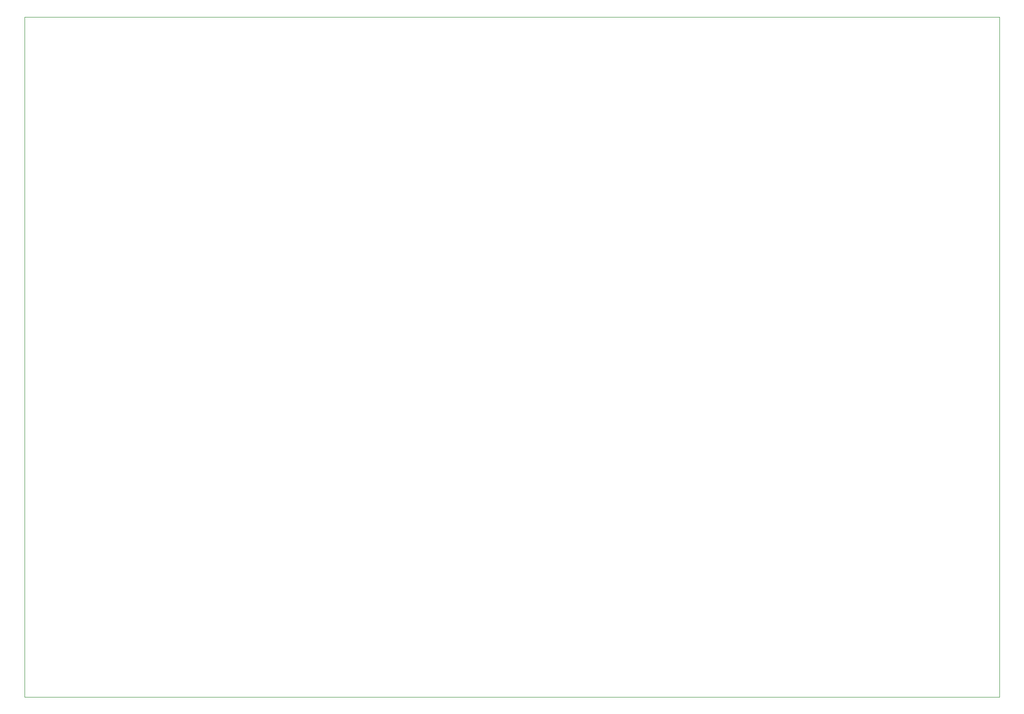
<source format=gm1>
G04 #@! TF.GenerationSoftware,KiCad,Pcbnew,9.0.0*
G04 #@! TF.CreationDate,2025-07-26T18:59:56+02:00*
G04 #@! TF.ProjectId,BANC_TEST_418,42414e43-5f54-4455-9354-5f3431382e6b,rev?*
G04 #@! TF.SameCoordinates,Original*
G04 #@! TF.FileFunction,Profile,NP*
%FSLAX46Y46*%
G04 Gerber Fmt 4.6, Leading zero omitted, Abs format (unit mm)*
G04 Created by KiCad (PCBNEW 9.0.0) date 2025-07-26 18:59:56*
%MOMM*%
%LPD*%
G01*
G04 APERTURE LIST*
G04 #@! TA.AperFunction,Profile*
%ADD10C,0.050000*%
G04 #@! TD*
G04 APERTURE END LIST*
D10*
X76400000Y-24525000D02*
X251150000Y-24525000D01*
X251150000Y-146425000D01*
X76400000Y-146425000D01*
X76400000Y-24525000D01*
M02*

</source>
